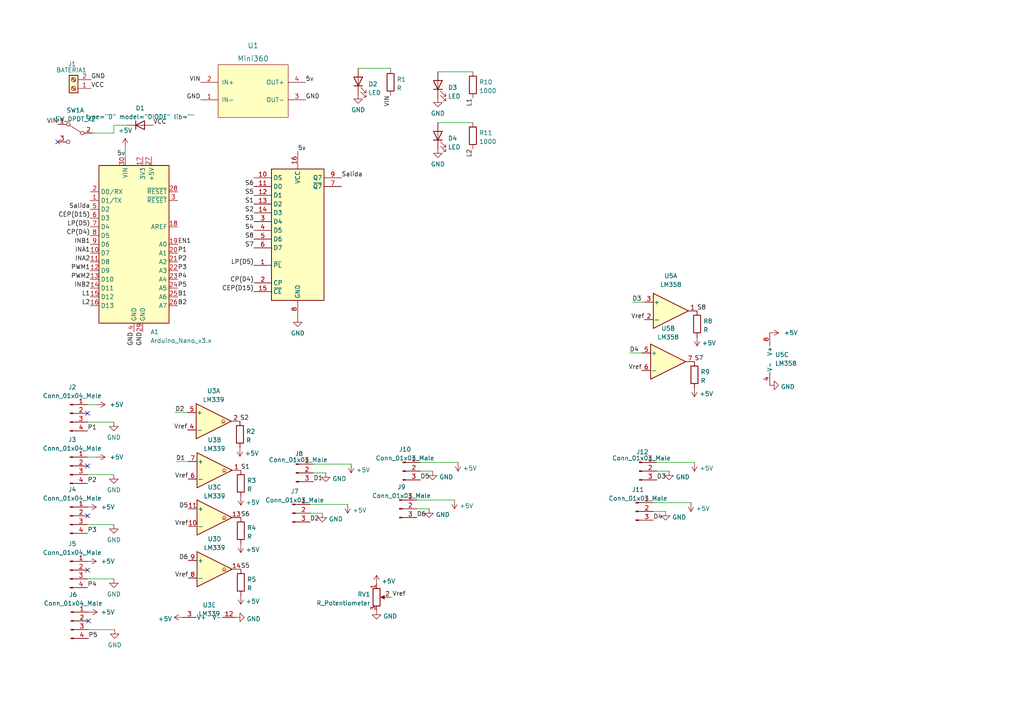
<source format=kicad_sch>
(kicad_sch (version 20230121) (generator eeschema)
  (paper "A4")
  (lib_symbols
    (symbol "74xx:74LS165"
      (property "Reference" "U" (at -7.62 19.05 0))
      (property "Value" "74LS165" (at -7.62 -21.59 0))
      (symbol "74LS165_1_0"
        (pin input line (at -12.7 -10.16 0) (length 5.08) (name "~{PL}") (number "1"))
        (pin input line (at -12.7 15.24 0) (length 5.08) (name "DS") (number "10"))
        (pin input line (at -12.7 12.7 0) (length 5.08) (name "D0") (number "11"))
        (pin input line (at -12.7 10.16 0) (length 5.08) (name "D1") (number "12"))
        (pin input line (at -12.7 7.62 0) (length 5.08) (name "D2") (number "13"))
        (pin input line (at -12.7 5.08 0) (length 5.08) (name "D3") (number "14"))
        (pin input line (at -12.7 -17.78 0) (length 5.08) (name "~{CE}") (number "15"))
        (pin power_in line (at 0 22.86 270) (length 5.08) (name "VCC") (number "16"))
        (pin input line (at -12.7 -15.24 0) (length 5.08) (name "CP") (number "2"))
        (pin input line (at -12.7 2.54 0) (length 5.08) (name "D4") (number "3"))
        (pin input line (at -12.7 0 0) (length 5.08) (name "D5") (number "4"))
        (pin input line (at -12.7 -2.54 0) (length 5.08) (name "D6") (number "5"))
        (pin input line (at -12.7 -5.08 0) (length 5.08) (name "D7") (number "6"))
        (pin output line (at 12.7 12.7 180) (length 5.08) (name "~{Q7}") (number "7"))
        (pin power_in line (at 0 -25.4 90) (length 5.08) (name "GND") (number "8"))
        (pin output line (at 12.7 15.24 180) (length 5.08) (name "Q7") (number "9"))
      )
      (symbol "74LS165_1_1"
        (rectangle (start -7.62 17.78) (end 7.62 -20.32) (stroke (width 0.254)) (fill (type background)))
      )
    )
    (symbol "Amplifier_Operational:LM358" (pin_names (offset 0.127))
      (property "Reference" "U" (at 0 5.08 0))
      (property "Value" "LM358" (at 0 -5.08 0))
      (symbol "LM358_1_1"
        (polyline (pts (xy -5.08 5.08) (xy 5.08 0) (xy -5.08 -5.08) (xy -5.08 5.08)) (stroke (width 0.254)) (fill (type background)))
        (pin output line (at 7.62 0 180) (length 2.54) (name "~") (number "1"))
        (pin input line (at -7.62 -2.54 0) (length 2.54) (name "-") (number "2"))
        (pin input line (at -7.62 2.54 0) (length 2.54) (name "+") (number "3"))
      )
      (symbol "LM358_2_1"
        (polyline (pts (xy -5.08 5.08) (xy 5.08 0) (xy -5.08 -5.08) (xy -5.08 5.08)) (stroke (width 0.254)) (fill (type background)))
        (pin input line (at -7.62 2.54 0) (length 2.54) (name "+") (number "5"))
        (pin input line (at -7.62 -2.54 0) (length 2.54) (name "-") (number "6"))
        (pin output line (at 7.62 0 180) (length 2.54) (name "~") (number "7"))
      )
      (symbol "LM358_3_1"
        (pin power_in line (at -2.54 -7.62 90) (length 3.81) (name "V-") (number "4"))
        (pin power_in line (at -2.54 7.62 270) (length 3.81) (name "V+") (number "8"))
      )
    )
    (symbol "Comparator:LM339" (pin_names (offset 0.127))
      (property "Reference" "U" (at 0 5.08 0))
      (property "Value" "LM339" (at 0 -5.08 0))
      (symbol "LM339_1_1"
        (polyline (pts (xy -5.08 5.08) (xy 5.08 0) (xy -5.08 -5.08) (xy -5.08 5.08)) (stroke (width 0.254)) (fill (type background)))
        (polyline (pts (xy 3.302 -0.508) (xy 2.794 -0.508) (xy 3.302 0) (xy 2.794 0.508) (xy 2.286 0) (xy 2.794 -0.508) (xy 2.286 -0.508)) (stroke (width 0.127)))
        (pin open_collector line (at 7.62 0 180) (length 2.54) (name "~") (number "2"))
        (pin input line (at -7.62 -2.54 0) (length 2.54) (name "-") (number "4"))
        (pin input line (at -7.62 2.54 0) (length 2.54) (name "+") (number "5"))
      )
      (symbol "LM339_2_1"
        (polyline (pts (xy -5.08 5.08) (xy 5.08 0) (xy -5.08 -5.08) (xy -5.08 5.08)) (stroke (width 0.254)) (fill (type background)))
        (polyline (pts (xy 3.302 -0.508) (xy 2.794 -0.508) (xy 3.302 0) (xy 2.794 0.508) (xy 2.286 0) (xy 2.794 -0.508) (xy 2.286 -0.508)) (stroke (width 0.127)))
        (pin open_collector line (at 7.62 0 180) (length 2.54) (name "~") (number "1"))
        (pin input line (at -7.62 -2.54 0) (length 2.54) (name "-") (number "6"))
        (pin input line (at -7.62 2.54 0) (length 2.54) (name "+") (number "7"))
      )
      (symbol "LM339_3_1"
        (polyline (pts (xy -5.08 5.08) (xy 5.08 0) (xy -5.08 -5.08) (xy -5.08 5.08)) (stroke (width 0.254)) (fill (type background)))
        (polyline (pts (xy 3.302 -0.508) (xy 2.794 -0.508) (xy 3.302 0) (xy 2.794 0.508) (xy 2.286 0) (xy 2.794 -0.508) (xy 2.286 -0.508)) (stroke (width 0.127)))
        (pin input line (at -7.62 -2.54 0) (length 2.54) (name "-") (number "10"))
        (pin input line (at -7.62 2.54 0) (length 2.54) (name "+") (number "11"))
        (pin open_collector line (at 7.62 0 180) (length 2.54) (name "~") (number "13"))
      )
      (symbol "LM339_4_1"
        (polyline (pts (xy -5.08 5.08) (xy 5.08 0) (xy -5.08 -5.08) (xy -5.08 5.08)) (stroke (width 0.254)) (fill (type background)))
        (polyline (pts (xy 3.302 -0.508) (xy 2.794 -0.508) (xy 3.302 0) (xy 2.794 0.508) (xy 2.286 0) (xy 2.794 -0.508) (xy 2.286 -0.508)) (stroke (width 0.127)))
        (pin open_collector line (at 7.62 0 180) (length 2.54) (name "~") (number "14"))
        (pin input line (at -7.62 -2.54 0) (length 2.54) (name "-") (number "8"))
        (pin input line (at -7.62 2.54 0) (length 2.54) (name "+") (number "9"))
      )
      (symbol "LM339_5_1"
        (pin power_in line (at -2.54 -7.62 90) (length 3.81) (name "V-") (number "12"))
        (pin power_in line (at -2.54 7.62 270) (length 3.81) (name "V+") (number "3"))
      )
    )
    (symbol "Connector:Conn_01x03_Male" (pin_names (offset 1.016) hide)
      (property "Reference" "J" (at 0 5.08 0))
      (property "Value" "Conn_01x03_Male" (at 0 -5.08 0))
      (symbol "Conn_01x03_Male_1_1"
        (polyline (pts (xy 1.27 -2.54) (xy 0.8636 -2.54)) (stroke (width 0.1524)))
        (polyline (pts (xy 1.27 0) (xy 0.8636 0)) (stroke (width 0.1524)))
        (polyline (pts (xy 1.27 2.54) (xy 0.8636 2.54)) (stroke (width 0.1524)))
        (rectangle (start 0.8636 -2.413) (end 0 -2.667) (stroke (width 0.1524)) (fill (type outline)))
        (rectangle (start 0.8636 0.127) (end 0 -0.127) (stroke (width 0.1524)) (fill (type outline)))
        (rectangle (start 0.8636 2.667) (end 0 2.413) (stroke (width 0.1524)) (fill (type outline)))
        (pin passive line (at 5.08 2.54 180) (length 3.81) (name "Pin_1") (number "1"))
        (pin passive line (at 5.08 0 180) (length 3.81) (name "Pin_2") (number "2"))
        (pin passive line (at 5.08 -2.54 180) (length 3.81) (name "Pin_3") (number "3"))
      )
    )
    (symbol "Connector:Conn_01x04_Male" (pin_names (offset 1.016) hide)
      (property "Reference" "J" (at 0 5.08 0))
      (property "Value" "Conn_01x04_Male" (at 0 -7.62 0))
      (symbol "Conn_01x04_Male_1_1"
        (polyline (pts (xy 1.27 -5.08) (xy 0.8636 -5.08)) (stroke (width 0.1524)))
        (polyline (pts (xy 1.27 -2.54) (xy 0.8636 -2.54)) (stroke (width 0.1524)))
        (polyline (pts (xy 1.27 0) (xy 0.8636 0)) (stroke (width 0.1524)))
        (polyline (pts (xy 1.27 2.54) (xy 0.8636 2.54)) (stroke (width 0.1524)))
        (rectangle (start 0.8636 -4.953) (end 0 -5.207) (stroke (width 0.1524)) (fill (type outline)))
        (rectangle (start 0.8636 -2.413) (end 0 -2.667) (stroke (width 0.1524)) (fill (type outline)))
        (rectangle (start 0.8636 0.127) (end 0 -0.127) (stroke (width 0.1524)) (fill (type outline)))
        (rectangle (start 0.8636 2.667) (end 0 2.413) (stroke (width 0.1524)) (fill (type outline)))
        (pin passive line (at 5.08 2.54 180) (length 3.81) (name "Pin_1") (number "1"))
        (pin passive line (at 5.08 0 180) (length 3.81) (name "Pin_2") (number "2"))
        (pin passive line (at 5.08 -2.54 180) (length 3.81) (name "Pin_3") (number "3"))
        (pin passive line (at 5.08 -5.08 180) (length 3.81) (name "Pin_4") (number "4"))
      )
    )
    (symbol "Connector:Screw_Terminal_01x02" (pin_names (offset 1.016) hide)
      (property "Reference" "J" (at 0 2.54 0))
      (property "Value" "Screw_Terminal_01x02" (at 0 -5.08 0))
      (symbol "Screw_Terminal_01x02_1_1"
        (rectangle (start -1.27 1.27) (end 1.27 -3.81) (stroke (width 0.254)) (fill (type background)))
        (circle (center 0 -2.54) (radius 0.635) (stroke (width 0.1524)))
        (polyline (pts (xy -0.5334 -2.2098) (xy 0.3302 -3.048)) (stroke (width 0.1524)))
        (polyline (pts (xy -0.5334 0.3302) (xy 0.3302 -0.508)) (stroke (width 0.1524)))
        (polyline (pts (xy -0.3556 -2.032) (xy 0.508 -2.8702)) (stroke (width 0.1524)))
        (polyline (pts (xy -0.3556 0.508) (xy 0.508 -0.3302)) (stroke (width 0.1524)))
        (circle (center 0 0) (radius 0.635) (stroke (width 0.1524)))
        (pin passive line (at -5.08 0 0) (length 3.81) (name "Pin_1") (number "1"))
        (pin passive line (at -5.08 -2.54 0) (length 3.81) (name "Pin_2") (number "2"))
      )
    )
    (symbol "Device:LED" (pin_numbers hide) (pin_names (offset 1.016) hide)
      (property "Reference" "D" (at 0 2.54 0))
      (property "Value" "LED" (at 0 -2.54 0))
      (symbol "LED_0_1"
        (polyline (pts (xy -1.27 -1.27) (xy -1.27 1.27)) (stroke (width 0.254)))
        (polyline (pts (xy -1.27 0) (xy 1.27 0)))
        (polyline (pts (xy 1.27 -1.27) (xy 1.27 1.27) (xy -1.27 0) (xy 1.27 -1.27)) (stroke (width 0.254)))
        (polyline (pts (xy -3.048 -0.762) (xy -4.572 -2.286) (xy -3.81 -2.286) (xy -4.572 -2.286) (xy -4.572 -1.524)))
        (polyline (pts (xy -1.778 -0.762) (xy -3.302 -2.286) (xy -2.54 -2.286) (xy -3.302 -2.286) (xy -3.302 -1.524)))
      )
      (symbol "LED_1_1"
        (pin passive line (at -3.81 0 0) (length 2.54) (name "K") (number "1"))
        (pin passive line (at 3.81 0 180) (length 2.54) (name "A") (number "2"))
      )
    )
    (symbol "Device:R" (pin_numbers hide) (pin_names (offset 0))
      (property "Reference" "R" (at 2.032 0 90))
      (property "Value" "R" (at 0 0 90))
      (symbol "R_0_1"
        (rectangle (start -1.016 -2.54) (end 1.016 2.54) (stroke (width 0.254)))
      )
      (symbol "R_1_1"
        (pin passive line (at 0 3.81 270) (length 1.27) (name "~") (number "1"))
        (pin passive line (at 0 -3.81 90) (length 1.27) (name "~") (number "2"))
      )
    )
    (symbol "Device:R_Potentiometer" (pin_names (offset 1.016) hide)
      (property "Reference" "RV" (at -4.445 0 90))
      (property "Value" "R_Potentiometer" (at -2.54 0 90))
      (symbol "R_Potentiometer_0_1"
        (polyline (pts (xy 2.54 0) (xy 1.524 0)))
        (polyline (pts (xy 1.143 0) (xy 2.286 0.508) (xy 2.286 -0.508) (xy 1.143 0)) (fill (type outline)))
        (rectangle (start 1.016 2.54) (end -1.016 -2.54) (stroke (width 0.254)))
      )
      (symbol "R_Potentiometer_1_1"
        (pin passive line (at 0 3.81 270) (length 1.27) (name "1") (number "1"))
        (pin passive line (at 3.81 0 180) (length 1.27) (name "2") (number "2"))
        (pin passive line (at 0 -3.81 90) (length 1.27) (name "3") (number "3"))
      )
    )
    (symbol "MCU_Module:Arduino_Nano_v3.x"
      (property "Reference" "A" (at -10.16 23.495 0))
      (property "Value" "Arduino_Nano_v3.x" (at 5.08 -24.13 0))
      (symbol "Arduino_Nano_v3.x_0_1"
        (rectangle (start -10.16 22.86) (end 10.16 -22.86) (stroke (width 0.254)) (fill (type background)))
      )
      (symbol "Arduino_Nano_v3.x_1_1"
        (pin bidirectional line (at -12.7 12.7 0) (length 2.54) (name "D1/TX") (number "1"))
        (pin bidirectional line (at -12.7 -2.54 0) (length 2.54) (name "D7") (number "10"))
        (pin bidirectional line (at -12.7 -5.08 0) (length 2.54) (name "D8") (number "11"))
        (pin bidirectional line (at -12.7 -7.62 0) (length 2.54) (name "D9") (number "12"))
        (pin bidirectional line (at -12.7 -10.16 0) (length 2.54) (name "D10") (number "13"))
        (pin bidirectional line (at -12.7 -12.7 0) (length 2.54) (name "D11") (number "14"))
        (pin bidirectional line (at -12.7 -15.24 0) (length 2.54) (name "D12") (number "15"))
        (pin bidirectional line (at -12.7 -17.78 0) (length 2.54) (name "D13") (number "16"))
        (pin power_out line (at 2.54 25.4 270) (length 2.54) (name "3V3") (number "17"))
        (pin input line (at 12.7 5.08 180) (length 2.54) (name "AREF") (number "18"))
        (pin bidirectional line (at 12.7 0 180) (length 2.54) (name "A0") (number "19"))
        (pin bidirectional line (at -12.7 15.24 0) (length 2.54) (name "D0/RX") (number "2"))
        (pin bidirectional line (at 12.7 -2.54 180) (length 2.54) (name "A1") (number "20"))
        (pin bidirectional line (at 12.7 -5.08 180) (length 2.54) (name "A2") (number "21"))
        (pin bidirectional line (at 12.7 -7.62 180) (length 2.54) (name "A3") (number "22"))
        (pin bidirectional line (at 12.7 -10.16 180) (length 2.54) (name "A4") (number "23"))
        (pin bidirectional line (at 12.7 -12.7 180) (length 2.54) (name "A5") (number "24"))
        (pin bidirectional line (at 12.7 -15.24 180) (length 2.54) (name "A6") (number "25"))
        (pin bidirectional line (at 12.7 -17.78 180) (length 2.54) (name "A7") (number "26"))
        (pin power_out line (at 5.08 25.4 270) (length 2.54) (name "+5V") (number "27"))
        (pin input line (at 12.7 15.24 180) (length 2.54) (name "~{RESET}") (number "28"))
        (pin power_in line (at 2.54 -25.4 90) (length 2.54) (name "GND") (number "29"))
        (pin input line (at 12.7 12.7 180) (length 2.54) (name "~{RESET}") (number "3"))
        (pin power_in line (at -2.54 25.4 270) (length 2.54) (name "VIN") (number "30"))
        (pin power_in line (at 0 -25.4 90) (length 2.54) (name "GND") (number "4"))
        (pin bidirectional line (at -12.7 10.16 0) (length 2.54) (name "D2") (number "5"))
        (pin bidirectional line (at -12.7 7.62 0) (length 2.54) (name "D3") (number "6"))
        (pin bidirectional line (at -12.7 5.08 0) (length 2.54) (name "D4") (number "7"))
        (pin bidirectional line (at -12.7 2.54 0) (length 2.54) (name "D5") (number "8"))
        (pin bidirectional line (at -12.7 0 0) (length 2.54) (name "D6") (number "9"))
      )
    )
    (symbol "Simulation_SPICE:DIODE" (pin_numbers hide) (pin_names (offset 1.016) hide)
      (property "Reference" "D" (at 0 2.54 0))
      (property "Value" "DIODE" (at 0 -2.54 0))
      (symbol "DIODE_0_1"
        (polyline (pts (xy 1.27 0) (xy -1.27 0)))
        (polyline (pts (xy 1.27 1.27) (xy 1.27 -1.27)) (stroke (width 0.254)))
        (polyline (pts (xy -1.27 -1.27) (xy -1.27 1.27) (xy 1.27 0) (xy -1.27 -1.27)) (stroke (width 0.254)))
      )
      (symbol "DIODE_1_1"
        (pin passive line (at -3.81 0 0) (length 2.54) (name "A") (number "1"))
        (pin passive line (at 3.81 0 180) (length 2.54) (name "K") (number "2"))
      )
    )
    (symbol "Switch:SW_DPDT_x2" (pin_names (offset 0) hide)
      (property "Reference" "SW" (at 0 4.318 0))
      (property "Value" "SW_DPDT_x2" (at 0 -5.08 0))
      (symbol "SW_DPDT_x2_0_0"
        (circle (center -2.032 0) (radius 0.508))
        (circle (center 2.032 -2.54) (radius 0.508))
      )
      (symbol "SW_DPDT_x2_0_1"
        (polyline (pts (xy -1.524 0.254) (xy 1.651 2.286)))
        (circle (center 2.032 2.54) (radius 0.508))
      )
      (symbol "SW_DPDT_x2_1_1"
        (pin passive line (at 5.08 2.54 180) (length 2.54) (name "A") (number "1"))
        (pin passive line (at -5.08 0 0) (length 2.54) (name "B") (number "2"))
        (pin passive line (at 5.08 -2.54 180) (length 2.54) (name "C") (number "3"))
      )
      (symbol "SW_DPDT_x2_2_1"
        (pin passive line (at 5.08 2.54 180) (length 2.54) (name "A") (number "4"))
        (pin passive line (at -5.08 0 0) (length 2.54) (name "B") (number "5"))
        (pin passive line (at 5.08 -2.54 180) (length 2.54) (name "C") (number "6"))
      )
    )
    (symbol "mini360:Mini360" (pin_names (offset 1.016))
      (property "Reference" "U" (at 0 -5.08 0))
      (property "Value" "Mini360" (at 0 5.08 0))
      (symbol "Mini360_0_1"
        (rectangle (start -10.16 7.62) (end 10.16 -7.62) (fill (type background)))
      )
      (symbol "Mini360_1_1"
        (pin power_in line (at -15.24 -2.54 0) (length 5.08) (name "IN-") (number "1"))
        (pin power_in line (at -15.24 2.54 0) (length 5.08) (name "IN+") (number "2"))
        (pin power_out line (at 15.24 -2.54 180) (length 5.08) (name "OUT-") (number "3"))
        (pin power_out line (at 15.24 2.54 180) (length 5.08) (name "OUT+") (number "4"))
      )
    )
    (symbol "power:+5V" (power) (pin_names (offset 0))
      (property "Value" "+5V" (at 0 3.556 0))
      (symbol "+5V_0_1"
        (polyline (pts (xy -0.762 1.27) (xy 0 2.54)))
        (polyline (pts (xy 0 0) (xy 0 2.54)))
        (polyline (pts (xy 0 2.54) (xy 0.762 1.27)))
      )
      (symbol "+5V_1_1"
        (pin power_in line (at 0 0 90) (length 0) hide (name "+5V") (number "1"))
      )
    )
    (symbol "power:GND" (power) (pin_names (offset 0))
      (property "Value" "GND" (at 0 -3.81 0))
      (symbol "GND_0_1"
        (polyline (pts (xy 0 0) (xy 0 -1.27) (xy 1.27 -1.27) (xy 0 -2.54) (xy -1.27 -1.27) (xy 0 -1.27)))
      )
      (symbol "GND_1_1"
        (pin power_in line (at 0 0 270) (length 0) hide (name "GND") (number "1"))
      )
    )
  )
  (no_connect (at 16.764 41.148))
  (no_connect (at 25.4 119.888))
  (no_connect (at 25.4 149.606))
  (no_connect (at 25.4 135.128))
  (no_connect (at 25.654 180.086))
  (no_connect (at 25.4 165.354))
  (wire (pts (xy 33.02 137.668) (xy 25.4 137.668)))
  (wire (pts (xy 127 35.56) (xy 137.16 35.56)))
  (wire (pts (xy 127 20.828) (xy 137.16 20.828)))
  (wire (pts (xy 33.02 122.428) (xy 25.4 122.428)))
  (wire (pts (xy 27.94 132.588) (xy 25.4 132.588)))
  (wire (pts (xy 182.626 102.362) (xy 186.182 102.362)))
  (wire (pts (xy 93.472 148.844) (xy 89.916 148.844)))
  (wire (pts (xy 33.02 167.894) (xy 25.4 167.894)))
  (wire (pts (xy 51.054 133.858) (xy 54.61 133.858)))
  (wire (pts (xy 183.388 87.63) (xy 186.944 87.63)))
  (wire (pts (xy 33.02 38.608) (xy 26.924 38.608)))
  (wire (pts (xy 101.854 134.62) (xy 90.932 134.62)))
  (wire (pts (xy 193.04 148.336) (xy 189.484 148.336)))
  (wire (pts (xy 201.422 134.112) (xy 190.5 134.112)))
  (wire (pts (xy 194.056 136.652) (xy 190.5 136.652)))
  (wire (pts (xy 50.8 119.634) (xy 54.356 119.634)))
  (wire (pts (xy 113.03 173.228) (xy 113.792 173.228)))
  (wire (pts (xy 94.488 137.16) (xy 90.932 137.16)))
  (wire (pts (xy 33.274 182.626) (xy 25.654 182.626)))
  (wire (pts (xy 33.02 152.146) (xy 25.4 152.146)))
  (wire (pts (xy 33.02 36.322) (xy 33.02 38.608)))
  (wire (pts (xy 125.476 136.652) (xy 121.92 136.652)))
  (wire (pts (xy 103.886 19.812) (xy 113.284 19.812)))
  (wire (pts (xy 200.406 145.796) (xy 189.484 145.796)))
  (wire (pts (xy 113.284 19.812) (xy 113.284 20.066)))
  (wire (pts (xy 124.46 147.574) (xy 120.904 147.574)))
  (wire (pts (xy 131.826 145.034) (xy 120.904 145.034)))
  (wire (pts (xy 100.838 146.304) (xy 89.916 146.304)))
  (wire (pts (xy 36.83 36.322) (xy 33.02 36.322)))
  (wire (pts (xy 36.322 42.672) (xy 36.322 45.466)))
  (wire (pts (xy 27.94 117.348) (xy 25.4 117.348)))
  (wire (pts (xy 132.842 134.112) (xy 121.92 134.112)))
  (label "L1" (at 26.162 86.106 180))
  (label "GND" (at 58.166 28.956 180))
  (label "P5" (at 51.562 83.566 0))
  (label "D5" (at 121.92 139.192 0))
  (label "D4" (at 189.484 150.876 0))
  (label "D5" (at 54.61 147.574 180))
  (label "D4" (at 182.626 102.362 0))
  (label "Vref" (at 186.944 92.71 180))
  (label "GND" (at 88.646 28.956 0))
  (label "D1" (at 90.932 139.7 0))
  (label "INB1" (at 26.162 70.866 180))
  (label "S3" (at 73.66 64.262 180))
  (label "S6" (at 73.66 54.102 180))
  (label "B2" (at 51.562 88.646 0))
  (label "P4" (at 25.4 170.434 0))
  (label "S6" (at 69.85 150.114 0))
  (label "B1" (at 51.562 86.106 0))
  (label "GND" (at 26.416 23.114 0))
  (label "S8" (at 202.184 90.17 0))
  (label "Salida" (at 26.162 60.706 180))
  (label "Vref" (at 54.61 138.938 180))
  (label "VIN" (at 58.166 23.876 180))
  (label "P4" (at 51.562 81.026 0))
  (label "S2" (at 69.596 122.174 0))
  (label "S8" (at 73.66 69.342 180))
  (label "P2" (at 25.4 140.208 0))
  (label "L2" (at 137.16 43.18 270))
  (label "P3" (at 51.562 78.486 0))
  (label "VIN" (at 113.284 27.686 270))
  (label "D3" (at 190.5 139.192 0))
  (label "S5" (at 69.85 165.1 0))
  (label "D6" (at 120.904 150.114 0))
  (label "P3" (at 25.4 154.686 0))
  (label "5v" (at 88.646 23.876 0))
  (label "D1" (at 51.054 133.858 0))
  (label "S4" (at 73.66 66.802 180))
  (label "INA1" (at 26.162 73.406 180))
  (label "D2" (at 50.8 119.634 0))
  (label "Vref" (at 186.182 107.442 180))
  (label "Vref" (at 54.356 124.714 180))
  (label "P2" (at 51.562 75.946 0))
  (label "LP(D5)" (at 73.66 76.962 180))
  (label "P1" (at 51.562 73.406 0))
  (label "PWM1" (at 26.162 78.486 180))
  (label "GND" (at 41.402 96.266 270))
  (label "S1" (at 69.85 136.398 0))
  (label "INA2" (at 26.162 75.946 180))
  (label "S7" (at 201.422 104.902 0))
  (label "CEP(D15)" (at 26.162 63.246 180))
  (label "PWM2" (at 26.162 81.026 180))
  (label "S1" (at 73.66 59.182 180))
  (label "P1" (at 25.4 124.968 0))
  (label "INB2" (at 26.162 83.566 180))
  (label "D3" (at 183.388 87.63 0))
  (label "LP(D5)" (at 26.162 65.786 180))
  (label "CEP(D15)" (at 73.66 84.582 180))
  (label "Vref" (at 113.792 173.228 0))
  (label "Salida" (at 99.06 51.562 0))
  (label "Vref" (at 54.61 167.64 180))
  (label "S5" (at 73.66 56.642 180))
  (label "CP(D4)" (at 73.66 82.042 180))
  (label "5v" (at 36.322 45.466 180))
  (label "5v" (at 86.36 43.942 0))
  (label "D2" (at 89.916 151.384 0))
  (label "S7" (at 73.66 71.882 180))
  (label "D6" (at 54.61 162.56 180))
  (label "S2" (at 73.66 61.722 180))
  (label "CP(D4)" (at 26.162 68.326 180))
  (label "L2" (at 26.162 88.646 180))
  (label "VCC" (at 26.416 25.654 0))
  (label "P5" (at 25.654 185.166 0))
  (label "VCC" (at 44.45 36.322 0))
  (label "Vref" (at 54.61 152.654 180))
  (label "EN1" (at 51.562 70.866 0))
  (label "L1" (at 137.16 28.448 270))
  (label "GND" (at 38.862 96.266 270))
  (label "VIN" (at 16.764 36.068 180))
  (symbol (lib_id "power:+5V") (at 132.842 134.112 180) (unit 1)
    (property "Reference" "#PWR026" (effects hide))
    (property "Value" "+5V" (at 134.239 135.8158 0) (effects (justify right)))
  )
  (symbol (lib_id "power:+5V") (at 201.422 134.112 180) (unit 1)
    (property "Reference" "#PWR036" (effects hide))
    (property "Value" "+5V" (at 202.819 135.8158 0) (effects (justify right)))
  )
  (symbol (lib_id "Device:R") (at 69.85 168.91 0) (unit 1)
    (property "Reference" "R5" (at 71.628 168.0753 0) (effects (justify left)))
    (property "Value" "R" (at 71.628 170.6122 0) (effects (justify left)))
    (property "Footprint" "Resistor_SMD:R_1206_3216Metric_Pad1.30x1.75mm_HandSolder" (effects hide))
  )
  (symbol (lib_id "Comparator:LM339") (at 60.706 176.53 90) (unit 5)
    (property "Reference" "U3" (at 60.706 175.4972 90))
    (property "Value" "LM339" (at 60.706 178.0341 90))
    (property "Footprint" "Package_SO:SO-14_3.9x8.65mm_P1.27mm" (effects hide))
    (property "Datasheet" "https://www.st.com/resource/en/datasheet/lm139.pdf" (effects hide))
  )
  (symbol (lib_id "Switch:SW_DPDT_x2") (at 21.844 38.608 0) (mirror y) (unit 1)
    (property "Reference" "SW1" (at 21.844 31.9872 0))
    (property "Value" "SW_DPDT_x2" (at 21.844 34.5241 0))
    (property "Footprint" "Button_Switch_THT:SW_CuK_JS202011CQN_DPDT_Straight" (effects hide))
  )
  (symbol (lib_id "power:+5V") (at 27.94 132.588 270) (unit 1)
    (property "Reference" "#PWR07" (effects hide))
    (property "Value" "+5V" (at 31.75 132.588 90) (effects (justify left)))
  )
  (symbol (lib_id "Connector:Conn_01x03_Male") (at 184.404 148.336 0) (unit 1)
    (property "Reference" "J11" (at 185.039 142.02 0))
    (property "Value" "Conn_01x03_Male" (at 185.039 144.5569 0))
    (property "Footprint" "Connector_PinHeader_2.54mm:PinHeader_1x03_P2.54mm_Vertical" (effects hide))
  )
  (symbol (lib_id "Amplifier_Operational:LM358") (at 194.564 90.17 0) (unit 1)
    (property "Reference" "U5" (at 194.564 80.01 0))
    (property "Value" "LM358" (at 194.564 82.55 0))
    (property "Footprint" "Package_SO:SO-8_3.9x4.9mm_P1.27mm" (effects hide))
    (property "Datasheet" "http://www.ti.com/lit/ds/symlink/lm2904-n.pdf" (effects hide))
  )
  (symbol (lib_id "Device:LED") (at 127 39.37 90) (unit 1)
    (property "Reference" "D4" (at 129.921 40.1228 90) (effects (justify right)))
    (property "Value" "LED" (at 129.921 42.6597 90) (effects (justify right)))
    (property "Footprint" "LED_THT:LED_D3.0mm" (effects hide))
  )
  (symbol (lib_id "Device:R") (at 201.422 108.712 0) (unit 1)
    (property "Reference" "R9" (at 203.2 107.8773 0) (effects (justify left)))
    (property "Value" "R" (at 203.2 110.4142 0) (effects (justify left)))
    (property "Footprint" "Resistor_SMD:R_1206_3216Metric_Pad1.30x1.75mm_HandSolder" (effects hide))
  )
  (symbol (lib_id "Simulation_SPICE:DIODE") (at 40.64 36.322 180) (unit 1)
    (property "Reference" "D1" (at 40.64 31.3522 0))
    (property "Value" "${SIM.PARAMS}" (at 40.64 33.8891 0))
    (property "Footprint" "Diode_THT:D_5W_P12.70mm_Horizontal" (effects hide))
    (property "Sim.Device" "SPICE" (effects hide))
    (property "Sim.Params" "type=\"D\" model=\"DIODE\" lib=\"\"" (effects hide))
    (property "Sim.Pins" "1=1 2=2" (effects hide))
  )
  (symbol (lib_id "Connector:Conn_01x03_Male") (at 185.42 136.652 0) (unit 1)
    (property "Reference" "J12" (at 186.309 131.098 0))
    (property "Value" "Conn_01x03_Male" (at 186.055 132.8729 0))
    (property "Footprint" "Connector_PinHeader_2.54mm:PinHeader_1x03_P2.54mm_Vertical" (effects hide))
  )
  (symbol (lib_id "power:GND") (at 33.02 152.146 0) (unit 1)
    (property "Reference" "#PWR010" (effects hide))
    (property "Value" "GND" (at 33.02 156.5894 0))
  )
  (symbol (lib_id "Device:LED") (at 103.886 23.622 90) (unit 1)
    (property "Reference" "D2" (at 106.807 24.3748 90) (effects (justify right)))
    (property "Value" "LED" (at 106.807 26.9117 90) (effects (justify right)))
    (property "Footprint" "LED_THT:LED_D3.0mm" (effects hide))
  )
  (symbol (lib_id "Device:R") (at 137.16 24.638 0) (unit 1)
    (property "Reference" "R10" (at 138.938 23.8033 0) (effects (justify left)))
    (property "Value" "1000" (at 138.938 26.3402 0) (effects (justify left)))
    (property "Footprint" "Resistor_SMD:R_1206_3216Metric_Pad1.30x1.75mm_HandSolder" (effects hide))
  )
  (symbol (lib_id "power:GND") (at 94.488 137.16 0) (unit 1)
    (property "Reference" "#PWR020" (effects hide))
    (property "Value" "GND" (at 96.393 138.8638 0) (effects (justify left)))
  )
  (symbol (lib_id "Amplifier_Operational:LM358") (at 193.802 104.902 0) (unit 2)
    (property "Reference" "U5" (at 193.802 95.25 0))
    (property "Value" "LM358" (at 193.802 97.79 0))
    (property "Footprint" "Package_SO:SO-8_3.9x4.9mm_P1.27mm" (effects hide))
    (property "Datasheet" "http://www.ti.com/lit/ds/symlink/lm2904-n.pdf" (effects hide))
  )
  (symbol (lib_id "power:+5V") (at 53.086 179.07 90) (unit 1)
    (property "Reference" "#PWR013" (effects hide))
    (property "Value" "+5V" (at 49.9111 179.5038 90) (effects (justify left)))
  )
  (symbol (lib_id "Connector:Conn_01x04_Male") (at 20.32 165.354 0) (unit 1)
    (property "Reference" "J5" (at 20.955 157.734 0))
    (property "Value" "Conn_01x04_Male" (at 20.955 160.274 0))
    (property "Footprint" "Connector_PinSocket_2.54mm:PinSocket_1x04_P2.54mm_Vertical" (effects hide))
  )
  (symbol (lib_id "Amplifier_Operational:LM358") (at 225.806 104.14 0) (unit 3)
    (property "Reference" "U5" (at 224.79 102.87 0) (effects (justify left)))
    (property "Value" "LM358" (at 224.79 105.41 0) (effects (justify left)))
    (property "Footprint" "Package_SO:SO-8_3.9x4.9mm_P1.27mm" (effects hide))
    (property "Datasheet" "http://www.ti.com/lit/ds/symlink/lm2904-n.pdf" (effects hide))
  )
  (symbol (lib_id "Comparator:LM339") (at 62.23 165.1 0) (unit 4)
    (property "Reference" "U3" (at 62.23 156.3202 0))
    (property "Value" "LM339" (at 62.23 158.8571 0))
    (property "Footprint" "Package_SO:SO-14_3.9x8.65mm_P1.27mm" (effects hide))
    (property "Datasheet" "https://www.st.com/resource/en/datasheet/lm139.pdf" (effects hide))
  )
  (symbol (lib_id "power:+5V") (at 69.85 157.734 180) (unit 1)
    (property "Reference" "#PWR017" (effects hide))
    (property "Value" "+5V" (at 71.247 159.4378 0) (effects (justify right)))
  )
  (symbol (lib_id "power:GND") (at 93.472 148.844 0) (unit 1)
    (property "Reference" "#PWR019" (effects hide))
    (property "Value" "GND" (at 95.377 150.5478 0) (effects (justify left)))
  )
  (symbol (lib_id "power:GND") (at 127 28.448 0) (unit 1)
    (property "Reference" "#PWR043" (effects hide))
    (property "Value" "GND" (at 127 32.8914 0))
  )
  (symbol (lib_id "power:GND") (at 33.02 122.428 0) (unit 1)
    (property "Reference" "#PWR08" (effects hide))
    (property "Value" "GND" (at 33.02 126.8714 0))
  )
  (symbol (lib_id "74xx:74LS165") (at 86.36 66.802 0) (unit 1)
    (property "Reference" "U2" (effects hide))
    (property "Value" "74LS165" (effects hide))
    (property "Footprint" "Package_DIP:DIP-16_W7.62mm_Socket_LongPads" (effects hide))
    (property "Datasheet" "https://www.ti.com/lit/ds/symlink/sn74ls165a.pdf" (effects hide))
  )
  (symbol (lib_id "power:+5V") (at 101.854 134.62 180) (unit 1)
    (property "Reference" "#PWR022" (effects hide))
    (property "Value" "+5V" (at 103.251 136.3238 0) (effects (justify right)))
  )
  (symbol (lib_id "power:GND") (at 124.46 147.574 0) (unit 1)
    (property "Reference" "#PWR023" (effects hide))
    (property "Value" "GND" (at 126.365 149.2778 0) (effects (justify left)))
  )
  (symbol (lib_id "power:+5V") (at 69.596 129.794 180) (unit 1)
    (property "Reference" "#PWR015" (effects hide))
    (property "Value" "+5V" (at 70.993 131.4978 0) (effects (justify right)))
  )
  (symbol (lib_id "power:+5V") (at 131.826 145.034 180) (unit 1)
    (property "Reference" "#PWR025" (effects hide))
    (property "Value" "+5V" (at 133.223 146.7378 0) (effects (justify right)))
  )
  (symbol (lib_id "power:GND") (at 109.22 177.038 0) (unit 1)
    (property "Reference" "#PWR042" (effects hide))
    (property "Value" "GND" (at 111.125 178.7418 0) (effects (justify left)))
  )
  (symbol (lib_id "power:GND") (at 127 43.18 0) (unit 1)
    (property "Reference" "#PWR044" (effects hide))
    (property "Value" "GND" (at 127 47.6234 0))
  )
  (symbol (lib_id "Device:R") (at 202.184 93.98 0) (unit 1)
    (property "Reference" "R8" (at 203.962 93.1453 0) (effects (justify left)))
    (property "Value" "R" (at 203.962 95.6822 0) (effects (justify left)))
    (property "Footprint" "Resistor_SMD:R_1206_3216Metric_Pad1.30x1.75mm_HandSolder" (effects hide))
  )
  (symbol (lib_id "power:GND") (at 86.36 92.202 0) (unit 1)
    (property "Reference" "#PWR01" (effects hide))
    (property "Value" "GND" (at 86.36 96.6454 0))
  )
  (symbol (lib_id "Connector:Conn_01x03_Male") (at 116.84 136.652 0) (unit 1)
    (property "Reference" "J10" (at 117.475 130.336 0))
    (property "Value" "Conn_01x03_Male" (at 117.475 132.8729 0))
    (property "Footprint" "Connector_PinHeader_2.54mm:PinHeader_1x03_P2.54mm_Vertical" (effects hide))
  )
  (symbol (lib_id "power:+5V") (at 69.85 172.72 180) (unit 1)
    (property "Reference" "#PWR018" (effects hide))
    (property "Value" "+5V" (at 71.247 174.4238 0) (effects (justify right)))
  )
  (symbol (lib_id "power:+5V") (at 25.4 162.814 270) (unit 1)
    (property "Reference" "#PWR04" (effects hide))
    (property "Value" "+5V" (at 29.21 162.814 90) (effects (justify left)))
  )
  (symbol (lib_id "power:GND") (at 194.056 136.652 0) (unit 1)
    (property "Reference" "#PWR034" (effects hide))
    (property "Value" "GND" (at 195.961 138.3558 0) (effects (justify left)))
  )
  (symbol (lib_id "Device:R") (at 69.596 125.984 0) (unit 1)
    (property "Reference" "R2" (at 71.374 125.1493 0) (effects (justify left)))
    (property "Value" "R" (at 71.374 127.6862 0) (effects (justify left)))
    (property "Footprint" "Resistor_SMD:R_1206_3216Metric_Pad1.30x1.75mm_HandSolder" (effects hide))
  )
  (symbol (lib_id "power:GND") (at 68.326 179.07 90) (unit 1)
    (property "Reference" "#PWR014" (effects hide))
    (property "Value" "GND" (at 71.501 179.5038 90) (effects (justify right)))
  )
  (symbol (lib_id "Connector:Screw_Terminal_01x02") (at 21.336 25.654 180) (unit 1)
    (property "Reference" "J1" (at 22.098 18.542 0) (effects (justify left)))
    (property "Value" "BATERIA1" (at 25.146 20.32 0) (effects (justify left)))
    (property "Footprint" "Connectors:DEANS" (effects hide))
  )
  (symbol (lib_id "power:+5V") (at 36.322 42.672 0) (unit 1)
    (property "Reference" "#PWR046" (effects hide))
    (property "Value" "+5V" (at 36.322 37.846 0))
  )
  (symbol (lib_id "Device:R") (at 137.16 39.37 0) (unit 1)
    (property "Reference" "R11" (at 138.938 38.5353 0) (effects (justify left)))
    (property "Value" "1000" (at 138.938 41.0722 0) (effects (justify left)))
    (property "Footprint" "Resistor_SMD:R_1206_3216Metric_Pad1.30x1.75mm_HandSolder" (effects hide))
  )
  (symbol (lib_id "Comparator:LM339") (at 61.976 122.174 0) (unit 1)
    (property "Reference" "U3" (at 61.976 113.3942 0))
    (property "Value" "LM339" (at 61.976 115.9311 0))
    (property "Footprint" "Package_SO:SO-14_3.9x8.65mm_P1.27mm" (effects hide))
    (property "Datasheet" "https://www.st.com/resource/en/datasheet/lm139.pdf" (effects hide))
  )
  (symbol (lib_id "Connector:Conn_01x04_Male") (at 20.32 149.606 0) (unit 1)
    (property "Reference" "J4" (at 20.955 141.986 0))
    (property "Value" "Conn_01x04_Male" (at 20.955 144.526 0))
    (property "Footprint" "Connector_PinSocket_2.54mm:PinSocket_1x04_P2.54mm_Vertical" (effects hide))
  )
  (symbol (lib_id "Connector:Conn_01x03_Male") (at 85.852 137.16 0) (unit 1)
    (property "Reference" "J8" (at 86.741 131.606 0))
    (property "Value" "Conn_01x03_Male" (at 86.487 133.3809 0))
    (property "Footprint" "Connector_PinHeader_2.54mm:PinHeader_1x03_P2.54mm_Vertical" (effects hide))
  )
  (symbol (lib_id "Connector:Conn_01x03_Male") (at 115.824 147.574 0) (unit 1)
    (property "Reference" "J9" (at 116.459 141.258 0))
    (property "Value" "Conn_01x03_Male" (at 116.459 143.7949 0))
    (property "Footprint" "Connector_PinHeader_2.54mm:PinHeader_1x03_P2.54mm_Vertical" (effects hide))
  )
  (symbol (lib_id "power:GND") (at 103.886 27.432 0) (unit 1)
    (property "Reference" "#PWR02" (effects hide))
    (property "Value" "GND" (at 103.886 31.8754 0))
  )
  (symbol (lib_id "mini360:Mini360") (at 73.406 26.416 0) (unit 1)
    (property "Reference" "U1" (at 73.406 13.208 0) (effects (font (size 1.524 1.524))))
    (property "Value" "Mini360" (at 73.406 17.018 0) (effects (font (size 1.524 1.524))))
    (property "Footprint" "Mini360_step-down:Mini360_step-down" (effects hide))
  )
  (symbol (lib_id "power:+5V") (at 27.94 117.348 270) (unit 1)
    (property "Reference" "#PWR06" (effects hide))
    (property "Value" "+5V" (at 31.75 117.348 90) (effects (justify left)))
  )
  (symbol (lib_id "Comparator:LM339") (at 62.23 150.114 0) (unit 3)
    (property "Reference" "U3" (at 62.23 141.3342 0))
    (property "Value" "LM339" (at 62.23 143.8711 0))
    (property "Footprint" "Package_SO:SO-14_3.9x8.65mm_P1.27mm" (effects hide))
    (property "Datasheet" "https://www.st.com/resource/en/datasheet/lm139.pdf" (effects hide))
  )
  (symbol (lib_id "power:+5V") (at 202.184 97.79 180) (unit 1)
    (property "Reference" "#PWR031" (effects hide))
    (property "Value" "+5V" (at 203.581 99.4938 0) (effects (justify right)))
  )
  (symbol (lib_id "Device:R") (at 69.85 140.208 0) (unit 1)
    (property "Reference" "R3" (at 71.628 139.3733 0) (effects (justify left)))
    (property "Value" "R" (at 71.628 141.9102 0) (effects (justify left)))
    (property "Footprint" "Resistor_SMD:R_1206_3216Metric_Pad1.30x1.75mm_HandSolder" (effects hide))
  )
  (symbol (lib_id "power:GND") (at 33.274 182.626 0) (unit 1)
    (property "Reference" "#PWR012" (effects hide))
    (property "Value" "GND" (at 33.274 187.0694 0))
  )
  (symbol (lib_id "Device:R") (at 113.284 23.876 0) (unit 1)
    (property "Reference" "R1" (at 115.062 23.0413 0) (effects (justify left)))
    (property "Value" "R" (at 115.062 25.5782 0) (effects (justify left)))
    (property "Footprint" "Resistor_SMD:R_1206_3216Metric_Pad1.30x1.75mm_HandSolder" (effects hide))
  )
  (symbol (lib_id "power:+5V") (at 100.838 146.304 180) (unit 1)
    (property "Reference" "#PWR021" (effects hide))
    (property "Value" "+5V" (at 102.235 148.0078 0) (effects (justify right)))
  )
  (symbol (lib_id "power:GND") (at 223.266 111.76 90) (unit 1)
    (property "Reference" "#PWR028" (effects hide))
    (property "Value" "GND" (at 226.441 112.1938 90) (effects (justify right)))
  )
  (symbol (lib_id "power:+5V") (at 69.85 144.018 180) (unit 1)
    (property "Reference" "#PWR016" (effects hide))
    (property "Value" "+5V" (at 71.247 145.7218 0) (effects (justify right)))
  )
  (symbol (lib_id "power:+5V") (at 201.422 112.522 180) (unit 1)
    (property "Reference" "#PWR032" (effects hide))
    (property "Value" "+5V" (at 202.819 114.2258 0) (effects (justify right)))
  )
  (symbol (lib_id "Connector:Conn_01x04_Male") (at 20.32 135.128 0) (unit 1)
    (property "Reference" "J3" (at 20.955 127.508 0))
    (property "Value" "Conn_01x04_Male" (at 20.955 130.048 0))
    (property "Footprint" "Connector_PinSocket_2.54mm:PinSocket_1x04_P2.54mm_Vertical" (effects hide))
  )
  (symbol (lib_id "power:+5V") (at 200.406 145.796 180) (unit 1)
    (property "Reference" "#PWR035" (effects hide))
    (property "Value" "+5V" (at 201.803 147.4998 0) (effects (justify right)))
  )
  (symbol (lib_id "power:GND") (at 125.476 136.652 0) (unit 1)
    (property "Reference" "#PWR024" (effects hide))
    (property "Value" "GND" (at 127.381 138.3558 0) (effects (justify left)))
  )
  (symbol (lib_id "Connector:Conn_01x03_Male") (at 84.836 148.844 0) (unit 1)
    (property "Reference" "J7" (at 85.471 142.528 0))
    (property "Value" "Conn_01x03_Male" (at 85.471 145.0649 0))
    (property "Footprint" "Connector_PinHeader_2.54mm:PinHeader_1x03_P2.54mm_Vertical" (effects hide))
  )
  (symbol (lib_id "Device:R_Potentiometer") (at 109.22 173.228 0) (unit 1)
    (property "Reference" "RV1" (at 107.4421 172.3933 0) (effects (justify right)))
    (property "Value" "R_Potentiometer" (at 107.4421 174.9302 0) (effects (justify right)))
    (property "Footprint" "Potentiometer_THT:Potentiometer_Bourns_3299W_Vertical" (effects hide))
  )
  (symbol (lib_id "power:GND") (at 33.02 137.668 0) (unit 1)
    (property "Reference" "#PWR09" (effects hide))
    (property "Value" "GND" (at 33.02 142.1114 0))
  )
  (symbol (lib_id "Connector:Conn_01x04_Male") (at 20.574 180.086 0) (unit 1)
    (property "Reference" "J6" (at 21.209 172.466 0))
    (property "Value" "Conn_01x04_Male" (at 21.209 175.006 0))
    (property "Footprint" "Connector_PinSocket_2.54mm:PinSocket_1x04_P2.54mm_Vertical" (effects hide))
  )
  (symbol (lib_id "power:+5V") (at 25.654 177.546 270) (unit 1)
    (property "Reference" "#PWR05" (effects hide))
    (property "Value" "+5V" (at 29.21 177.546 90) (effects (justify left)))
  )
  (symbol (lib_id "power:+5V") (at 25.4 147.066 270) (unit 1)
    (property "Reference" "#PWR03" (effects hide))
    (property "Value" "+5V" (at 29.21 147.066 90) (effects (justify left)))
  )
  (symbol (lib_id "power:+5V") (at 223.266 96.52 270) (unit 1)
    (property "Reference" "#PWR027" (effects hide))
    (property "Value" "+5V" (at 227.33 96.52 90) (effects (justify left)))
  )
  (symbol (lib_id "power:GND") (at 33.02 167.894 0) (unit 1)
    (property "Reference" "#PWR011" (effects hide))
    (property "Value" "GND" (at 33.02 172.3374 0))
  )
  (symbol (lib_id "power:GND") (at 193.04 148.336 0) (unit 1)
    (property "Reference" "#PWR033" (effects hide))
    (property "Value" "GND" (at 194.945 150.0398 0) (effects (justify left)))
  )
  (symbol (lib_id "Device:R") (at 69.85 153.924 0) (unit 1)
    (property "Reference" "R4" (at 71.628 153.0893 0) (effects (justify left)))
    (property "Value" "R" (at 71.628 155.6262 0) (effects (justify left)))
    (property "Footprint" "Resistor_SMD:R_1206_3216Metric_Pad1.30x1.75mm_HandSolder" (effects hide))
  )
  (symbol (lib_id "MCU_Module:Arduino_Nano_v3.x") (at 38.862 70.866 0) (unit 1)
    (property "Reference" "A1" (at 43.5961 96.266 0) (effects (justify left)))
    (property "Value" "Arduino_Nano_v3.x" (at 43.5961 98.806 0) (effects (justify left)))
    (property "Footprint" "Module:Arduino_Nano" (effects hide))
    (property "Datasheet" "http://www.mouser.com/pdfdocs/Gravitech_Arduino_Nano3_0.pdf" (effects hide))
  )
  (symbol (lib_id "Connector:Conn_01x04_Male") (at 20.32 119.888 0) (unit 1)
    (property "Reference" "J2" (at 20.955 112.268 0))
    (property "Value" "Conn_01x04_Male" (at 20.955 114.808 0))
    (property "Footprint" "Connector_PinSocket_2.54mm:PinSocket_1x04_P2.54mm_Vertical" (effects hide))
  )
  (symbol (lib_id "Comparator:LM339") (at 62.23 136.398 0) (unit 2)
    (property "Reference" "U3" (at 62.23 127.6182 0))
    (property "Value" "LM339" (at 62.23 130.1551 0))
    (property "Footprint" "Package_SO:SO-14_3.9x8.65mm_P1.27mm" (effects hide))
    (property "Datasheet" "https://www.st.com/resource/en/datasheet/lm139.pdf" (effects hide))
  )
  (symbol (lib_id "power:+5V") (at 109.22 169.418 0) (unit 1)
    (property "Reference" "#PWR041" (effects hide))
    (property "Value" "+5V" (at 110.617 168.5818 0) (effects (justify left)))
  )
  (symbol (lib_id "Device:LED") (at 127 24.638 90) (unit 1)
    (property "Reference" "D3" (at 129.921 25.3908 90) (effects (justify right)))
    (property "Value" "LED" (at 129.921 27.9277 90) (effects (justify right)))
    (property "Footprint" "LED_THT:LED_D3.0mm" (effects hide))
  )
)
</source>
